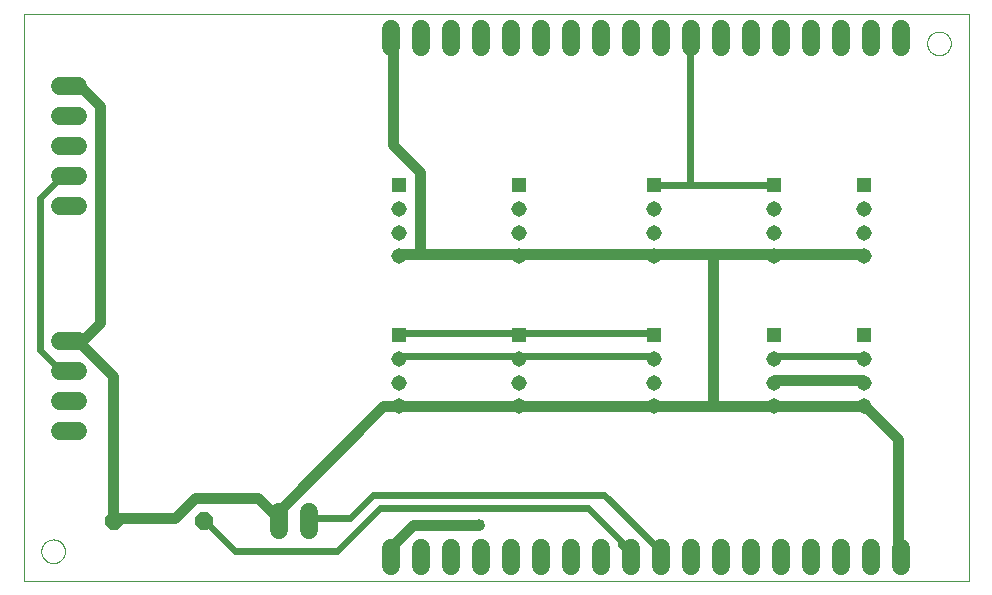
<source format=gbl>
G75*
%MOIN*%
%OFA0B0*%
%FSLAX25Y25*%
%IPPOS*%
%LPD*%
%AMOC8*
5,1,8,0,0,1.08239X$1,22.5*
%
%ADD10C,0.00000*%
%ADD11C,0.06000*%
%ADD12R,0.05150X0.05150*%
%ADD13C,0.05150*%
%ADD14OC8,0.06000*%
%ADD15C,0.02400*%
%ADD16C,0.03600*%
%ADD17C,0.04000*%
D10*
X0001000Y0001226D02*
X0001000Y0190202D01*
X0315961Y0190202D01*
X0315961Y0001226D01*
X0001000Y0001226D01*
X0006906Y0011069D02*
X0006908Y0011194D01*
X0006914Y0011319D01*
X0006924Y0011443D01*
X0006938Y0011567D01*
X0006955Y0011691D01*
X0006977Y0011814D01*
X0007003Y0011936D01*
X0007032Y0012058D01*
X0007065Y0012178D01*
X0007103Y0012297D01*
X0007143Y0012416D01*
X0007188Y0012532D01*
X0007236Y0012647D01*
X0007288Y0012761D01*
X0007344Y0012873D01*
X0007403Y0012983D01*
X0007465Y0013091D01*
X0007531Y0013198D01*
X0007600Y0013302D01*
X0007673Y0013403D01*
X0007748Y0013503D01*
X0007827Y0013600D01*
X0007909Y0013694D01*
X0007994Y0013786D01*
X0008081Y0013875D01*
X0008172Y0013961D01*
X0008265Y0014044D01*
X0008361Y0014125D01*
X0008459Y0014202D01*
X0008559Y0014276D01*
X0008662Y0014347D01*
X0008767Y0014414D01*
X0008875Y0014479D01*
X0008984Y0014539D01*
X0009095Y0014597D01*
X0009208Y0014650D01*
X0009322Y0014700D01*
X0009438Y0014747D01*
X0009555Y0014789D01*
X0009674Y0014828D01*
X0009794Y0014864D01*
X0009915Y0014895D01*
X0010037Y0014923D01*
X0010159Y0014946D01*
X0010283Y0014966D01*
X0010407Y0014982D01*
X0010531Y0014994D01*
X0010656Y0015002D01*
X0010781Y0015006D01*
X0010905Y0015006D01*
X0011030Y0015002D01*
X0011155Y0014994D01*
X0011279Y0014982D01*
X0011403Y0014966D01*
X0011527Y0014946D01*
X0011649Y0014923D01*
X0011771Y0014895D01*
X0011892Y0014864D01*
X0012012Y0014828D01*
X0012131Y0014789D01*
X0012248Y0014747D01*
X0012364Y0014700D01*
X0012478Y0014650D01*
X0012591Y0014597D01*
X0012702Y0014539D01*
X0012812Y0014479D01*
X0012919Y0014414D01*
X0013024Y0014347D01*
X0013127Y0014276D01*
X0013227Y0014202D01*
X0013325Y0014125D01*
X0013421Y0014044D01*
X0013514Y0013961D01*
X0013605Y0013875D01*
X0013692Y0013786D01*
X0013777Y0013694D01*
X0013859Y0013600D01*
X0013938Y0013503D01*
X0014013Y0013403D01*
X0014086Y0013302D01*
X0014155Y0013198D01*
X0014221Y0013091D01*
X0014283Y0012983D01*
X0014342Y0012873D01*
X0014398Y0012761D01*
X0014450Y0012647D01*
X0014498Y0012532D01*
X0014543Y0012416D01*
X0014583Y0012297D01*
X0014621Y0012178D01*
X0014654Y0012058D01*
X0014683Y0011936D01*
X0014709Y0011814D01*
X0014731Y0011691D01*
X0014748Y0011567D01*
X0014762Y0011443D01*
X0014772Y0011319D01*
X0014778Y0011194D01*
X0014780Y0011069D01*
X0014778Y0010944D01*
X0014772Y0010819D01*
X0014762Y0010695D01*
X0014748Y0010571D01*
X0014731Y0010447D01*
X0014709Y0010324D01*
X0014683Y0010202D01*
X0014654Y0010080D01*
X0014621Y0009960D01*
X0014583Y0009841D01*
X0014543Y0009722D01*
X0014498Y0009606D01*
X0014450Y0009491D01*
X0014398Y0009377D01*
X0014342Y0009265D01*
X0014283Y0009155D01*
X0014221Y0009047D01*
X0014155Y0008940D01*
X0014086Y0008836D01*
X0014013Y0008735D01*
X0013938Y0008635D01*
X0013859Y0008538D01*
X0013777Y0008444D01*
X0013692Y0008352D01*
X0013605Y0008263D01*
X0013514Y0008177D01*
X0013421Y0008094D01*
X0013325Y0008013D01*
X0013227Y0007936D01*
X0013127Y0007862D01*
X0013024Y0007791D01*
X0012919Y0007724D01*
X0012811Y0007659D01*
X0012702Y0007599D01*
X0012591Y0007541D01*
X0012478Y0007488D01*
X0012364Y0007438D01*
X0012248Y0007391D01*
X0012131Y0007349D01*
X0012012Y0007310D01*
X0011892Y0007274D01*
X0011771Y0007243D01*
X0011649Y0007215D01*
X0011527Y0007192D01*
X0011403Y0007172D01*
X0011279Y0007156D01*
X0011155Y0007144D01*
X0011030Y0007136D01*
X0010905Y0007132D01*
X0010781Y0007132D01*
X0010656Y0007136D01*
X0010531Y0007144D01*
X0010407Y0007156D01*
X0010283Y0007172D01*
X0010159Y0007192D01*
X0010037Y0007215D01*
X0009915Y0007243D01*
X0009794Y0007274D01*
X0009674Y0007310D01*
X0009555Y0007349D01*
X0009438Y0007391D01*
X0009322Y0007438D01*
X0009208Y0007488D01*
X0009095Y0007541D01*
X0008984Y0007599D01*
X0008874Y0007659D01*
X0008767Y0007724D01*
X0008662Y0007791D01*
X0008559Y0007862D01*
X0008459Y0007936D01*
X0008361Y0008013D01*
X0008265Y0008094D01*
X0008172Y0008177D01*
X0008081Y0008263D01*
X0007994Y0008352D01*
X0007909Y0008444D01*
X0007827Y0008538D01*
X0007748Y0008635D01*
X0007673Y0008735D01*
X0007600Y0008836D01*
X0007531Y0008940D01*
X0007465Y0009047D01*
X0007403Y0009155D01*
X0007344Y0009265D01*
X0007288Y0009377D01*
X0007236Y0009491D01*
X0007188Y0009606D01*
X0007143Y0009722D01*
X0007103Y0009841D01*
X0007065Y0009960D01*
X0007032Y0010080D01*
X0007003Y0010202D01*
X0006977Y0010324D01*
X0006955Y0010447D01*
X0006938Y0010571D01*
X0006924Y0010695D01*
X0006914Y0010819D01*
X0006908Y0010944D01*
X0006906Y0011069D01*
X0302181Y0180360D02*
X0302183Y0180485D01*
X0302189Y0180610D01*
X0302199Y0180734D01*
X0302213Y0180858D01*
X0302230Y0180982D01*
X0302252Y0181105D01*
X0302278Y0181227D01*
X0302307Y0181349D01*
X0302340Y0181469D01*
X0302378Y0181588D01*
X0302418Y0181707D01*
X0302463Y0181823D01*
X0302511Y0181938D01*
X0302563Y0182052D01*
X0302619Y0182164D01*
X0302678Y0182274D01*
X0302740Y0182382D01*
X0302806Y0182489D01*
X0302875Y0182593D01*
X0302948Y0182694D01*
X0303023Y0182794D01*
X0303102Y0182891D01*
X0303184Y0182985D01*
X0303269Y0183077D01*
X0303356Y0183166D01*
X0303447Y0183252D01*
X0303540Y0183335D01*
X0303636Y0183416D01*
X0303734Y0183493D01*
X0303834Y0183567D01*
X0303937Y0183638D01*
X0304042Y0183705D01*
X0304150Y0183770D01*
X0304259Y0183830D01*
X0304370Y0183888D01*
X0304483Y0183941D01*
X0304597Y0183991D01*
X0304713Y0184038D01*
X0304830Y0184080D01*
X0304949Y0184119D01*
X0305069Y0184155D01*
X0305190Y0184186D01*
X0305312Y0184214D01*
X0305434Y0184237D01*
X0305558Y0184257D01*
X0305682Y0184273D01*
X0305806Y0184285D01*
X0305931Y0184293D01*
X0306056Y0184297D01*
X0306180Y0184297D01*
X0306305Y0184293D01*
X0306430Y0184285D01*
X0306554Y0184273D01*
X0306678Y0184257D01*
X0306802Y0184237D01*
X0306924Y0184214D01*
X0307046Y0184186D01*
X0307167Y0184155D01*
X0307287Y0184119D01*
X0307406Y0184080D01*
X0307523Y0184038D01*
X0307639Y0183991D01*
X0307753Y0183941D01*
X0307866Y0183888D01*
X0307977Y0183830D01*
X0308087Y0183770D01*
X0308194Y0183705D01*
X0308299Y0183638D01*
X0308402Y0183567D01*
X0308502Y0183493D01*
X0308600Y0183416D01*
X0308696Y0183335D01*
X0308789Y0183252D01*
X0308880Y0183166D01*
X0308967Y0183077D01*
X0309052Y0182985D01*
X0309134Y0182891D01*
X0309213Y0182794D01*
X0309288Y0182694D01*
X0309361Y0182593D01*
X0309430Y0182489D01*
X0309496Y0182382D01*
X0309558Y0182274D01*
X0309617Y0182164D01*
X0309673Y0182052D01*
X0309725Y0181938D01*
X0309773Y0181823D01*
X0309818Y0181707D01*
X0309858Y0181588D01*
X0309896Y0181469D01*
X0309929Y0181349D01*
X0309958Y0181227D01*
X0309984Y0181105D01*
X0310006Y0180982D01*
X0310023Y0180858D01*
X0310037Y0180734D01*
X0310047Y0180610D01*
X0310053Y0180485D01*
X0310055Y0180360D01*
X0310053Y0180235D01*
X0310047Y0180110D01*
X0310037Y0179986D01*
X0310023Y0179862D01*
X0310006Y0179738D01*
X0309984Y0179615D01*
X0309958Y0179493D01*
X0309929Y0179371D01*
X0309896Y0179251D01*
X0309858Y0179132D01*
X0309818Y0179013D01*
X0309773Y0178897D01*
X0309725Y0178782D01*
X0309673Y0178668D01*
X0309617Y0178556D01*
X0309558Y0178446D01*
X0309496Y0178338D01*
X0309430Y0178231D01*
X0309361Y0178127D01*
X0309288Y0178026D01*
X0309213Y0177926D01*
X0309134Y0177829D01*
X0309052Y0177735D01*
X0308967Y0177643D01*
X0308880Y0177554D01*
X0308789Y0177468D01*
X0308696Y0177385D01*
X0308600Y0177304D01*
X0308502Y0177227D01*
X0308402Y0177153D01*
X0308299Y0177082D01*
X0308194Y0177015D01*
X0308086Y0176950D01*
X0307977Y0176890D01*
X0307866Y0176832D01*
X0307753Y0176779D01*
X0307639Y0176729D01*
X0307523Y0176682D01*
X0307406Y0176640D01*
X0307287Y0176601D01*
X0307167Y0176565D01*
X0307046Y0176534D01*
X0306924Y0176506D01*
X0306802Y0176483D01*
X0306678Y0176463D01*
X0306554Y0176447D01*
X0306430Y0176435D01*
X0306305Y0176427D01*
X0306180Y0176423D01*
X0306056Y0176423D01*
X0305931Y0176427D01*
X0305806Y0176435D01*
X0305682Y0176447D01*
X0305558Y0176463D01*
X0305434Y0176483D01*
X0305312Y0176506D01*
X0305190Y0176534D01*
X0305069Y0176565D01*
X0304949Y0176601D01*
X0304830Y0176640D01*
X0304713Y0176682D01*
X0304597Y0176729D01*
X0304483Y0176779D01*
X0304370Y0176832D01*
X0304259Y0176890D01*
X0304149Y0176950D01*
X0304042Y0177015D01*
X0303937Y0177082D01*
X0303834Y0177153D01*
X0303734Y0177227D01*
X0303636Y0177304D01*
X0303540Y0177385D01*
X0303447Y0177468D01*
X0303356Y0177554D01*
X0303269Y0177643D01*
X0303184Y0177735D01*
X0303102Y0177829D01*
X0303023Y0177926D01*
X0302948Y0178026D01*
X0302875Y0178127D01*
X0302806Y0178231D01*
X0302740Y0178338D01*
X0302678Y0178446D01*
X0302619Y0178556D01*
X0302563Y0178668D01*
X0302511Y0178782D01*
X0302463Y0178897D01*
X0302418Y0179013D01*
X0302378Y0179132D01*
X0302340Y0179251D01*
X0302307Y0179371D01*
X0302278Y0179493D01*
X0302252Y0179615D01*
X0302230Y0179738D01*
X0302213Y0179862D01*
X0302199Y0179986D01*
X0302189Y0180110D01*
X0302183Y0180235D01*
X0302181Y0180360D01*
D11*
X0293461Y0179328D02*
X0293461Y0185328D01*
X0283461Y0185328D02*
X0283461Y0179328D01*
X0273461Y0179328D02*
X0273461Y0185328D01*
X0263461Y0185328D02*
X0263461Y0179328D01*
X0253461Y0179328D02*
X0253461Y0185328D01*
X0243461Y0185328D02*
X0243461Y0179328D01*
X0233461Y0179328D02*
X0233461Y0185328D01*
X0223461Y0185328D02*
X0223461Y0179328D01*
X0213461Y0179328D02*
X0213461Y0185328D01*
X0203461Y0185328D02*
X0203461Y0179328D01*
X0193461Y0179328D02*
X0193461Y0185328D01*
X0183461Y0185328D02*
X0183461Y0179328D01*
X0173461Y0179328D02*
X0173461Y0185328D01*
X0163461Y0185328D02*
X0163461Y0179328D01*
X0153461Y0179328D02*
X0153461Y0185328D01*
X0143461Y0185328D02*
X0143461Y0179328D01*
X0133461Y0179328D02*
X0133461Y0185328D01*
X0123461Y0185328D02*
X0123461Y0179328D01*
X0019000Y0166226D02*
X0013000Y0166226D01*
X0013000Y0156226D02*
X0019000Y0156226D01*
X0019000Y0146226D02*
X0013000Y0146226D01*
X0013000Y0136226D02*
X0019000Y0136226D01*
X0019000Y0126226D02*
X0013000Y0126226D01*
X0013000Y0081226D02*
X0019000Y0081226D01*
X0019000Y0071226D02*
X0013000Y0071226D01*
X0013000Y0061226D02*
X0019000Y0061226D01*
X0019000Y0051226D02*
X0013000Y0051226D01*
X0086000Y0024226D02*
X0086000Y0018226D01*
X0096000Y0018226D02*
X0096000Y0024226D01*
X0123461Y0012100D02*
X0123461Y0006100D01*
X0133461Y0006100D02*
X0133461Y0012100D01*
X0143461Y0012100D02*
X0143461Y0006100D01*
X0153461Y0006100D02*
X0153461Y0012100D01*
X0163461Y0012100D02*
X0163461Y0006100D01*
X0173461Y0006100D02*
X0173461Y0012100D01*
X0183461Y0012100D02*
X0183461Y0006100D01*
X0193461Y0006100D02*
X0193461Y0012100D01*
X0203461Y0012100D02*
X0203461Y0006100D01*
X0213461Y0006100D02*
X0213461Y0012100D01*
X0223461Y0012100D02*
X0223461Y0006100D01*
X0233461Y0006100D02*
X0233461Y0012100D01*
X0243461Y0012100D02*
X0243461Y0006100D01*
X0253461Y0006100D02*
X0253461Y0012100D01*
X0263461Y0012100D02*
X0263461Y0006100D01*
X0273461Y0006100D02*
X0273461Y0012100D01*
X0283461Y0012100D02*
X0283461Y0006100D01*
X0293461Y0006100D02*
X0293461Y0012100D01*
D12*
X0281000Y0083037D03*
X0251000Y0083037D03*
X0211000Y0083037D03*
X0166000Y0083037D03*
X0126000Y0083037D03*
X0126000Y0133037D03*
X0166000Y0133037D03*
X0211000Y0133037D03*
X0251000Y0133037D03*
X0281000Y0133037D03*
D13*
X0281000Y0125163D03*
X0281000Y0117289D03*
X0281000Y0109415D03*
X0251000Y0109415D03*
X0251000Y0117289D03*
X0251000Y0125163D03*
X0211000Y0125163D03*
X0211000Y0117289D03*
X0211000Y0109415D03*
X0166000Y0109415D03*
X0166000Y0117289D03*
X0166000Y0125163D03*
X0126000Y0125163D03*
X0126000Y0117289D03*
X0126000Y0109415D03*
X0126000Y0075163D03*
X0126000Y0067289D03*
X0126000Y0059415D03*
X0166000Y0059415D03*
X0166000Y0067289D03*
X0166000Y0075163D03*
X0211000Y0075163D03*
X0211000Y0067289D03*
X0211000Y0059415D03*
X0251000Y0059415D03*
X0251000Y0067289D03*
X0251000Y0075163D03*
X0281000Y0075163D03*
X0281000Y0067289D03*
X0281000Y0059415D03*
D14*
X0061000Y0021226D03*
X0031000Y0021226D03*
D15*
X0061000Y0021226D02*
X0061500Y0021026D01*
X0071400Y0011126D01*
X0105500Y0011126D01*
X0119800Y0025426D01*
X0189100Y0025426D01*
X0200100Y0014426D01*
X0200100Y0013326D01*
X0203400Y0010026D01*
X0203461Y0009100D01*
X0213461Y0009100D02*
X0214400Y0010026D01*
X0194600Y0029826D01*
X0117600Y0029826D01*
X0109900Y0022126D01*
X0096700Y0022126D01*
X0096000Y0021226D01*
X0016000Y0071226D02*
X0015300Y0071626D01*
X0013100Y0071626D01*
X0006500Y0078226D01*
X0006500Y0128826D01*
X0013100Y0135426D01*
X0015300Y0135426D01*
X0016000Y0136226D01*
X0126000Y0083037D02*
X0126400Y0083726D01*
X0166000Y0083726D01*
X0166000Y0083037D01*
X0167100Y0083726D01*
X0210000Y0083726D01*
X0211000Y0083037D01*
X0210000Y0076026D02*
X0211000Y0075163D01*
X0210000Y0076026D02*
X0167100Y0076026D01*
X0166000Y0075163D01*
X0166000Y0076026D01*
X0126400Y0076026D01*
X0126000Y0075163D01*
X0211000Y0133037D02*
X0211100Y0133226D01*
X0223200Y0133226D01*
X0223200Y0181626D01*
X0223461Y0182328D01*
X0223200Y0133226D02*
X0250700Y0133226D01*
X0251000Y0133037D01*
X0251800Y0076026D02*
X0251000Y0075163D01*
X0251800Y0076026D02*
X0280400Y0076026D01*
X0281000Y0075163D01*
D16*
X0280400Y0068326D02*
X0281000Y0067289D01*
X0280400Y0068326D02*
X0251800Y0068326D01*
X0251000Y0067289D01*
X0250700Y0059526D02*
X0251000Y0059415D01*
X0252900Y0059526D01*
X0280400Y0059526D01*
X0281000Y0059415D01*
X0282600Y0058426D01*
X0292500Y0048526D01*
X0292500Y0010026D01*
X0293461Y0009100D01*
X0250700Y0059526D02*
X0230900Y0059526D01*
X0230900Y0110126D01*
X0211100Y0110126D01*
X0211000Y0109415D01*
X0210000Y0110126D01*
X0167100Y0110126D01*
X0166000Y0109415D01*
X0166000Y0110126D01*
X0133000Y0110126D01*
X0133000Y0137626D01*
X0124200Y0146426D01*
X0124200Y0181626D01*
X0123461Y0182328D01*
X0026300Y0159626D02*
X0026300Y0087026D01*
X0020800Y0081526D01*
X0016000Y0081226D01*
X0016400Y0080426D01*
X0019700Y0080426D01*
X0030700Y0069426D01*
X0030700Y0023226D01*
X0031000Y0021226D01*
X0031800Y0022126D01*
X0051600Y0022126D01*
X0058200Y0028726D01*
X0079100Y0028726D01*
X0085700Y0022126D01*
X0086000Y0021226D01*
X0085700Y0024326D01*
X0120900Y0059526D01*
X0124200Y0059526D01*
X0126000Y0059415D01*
X0126400Y0059526D01*
X0166000Y0059526D01*
X0166000Y0059415D01*
X0167100Y0059526D01*
X0210000Y0059526D01*
X0211000Y0059415D01*
X0211100Y0059526D01*
X0230900Y0059526D01*
X0152800Y0019926D02*
X0130800Y0019926D01*
X0124200Y0013326D01*
X0124200Y0010026D01*
X0123461Y0009100D01*
X0126000Y0109415D02*
X0126400Y0110126D01*
X0133000Y0110126D01*
X0230900Y0110126D02*
X0250700Y0110126D01*
X0251000Y0109415D01*
X0251800Y0110126D01*
X0280400Y0110126D01*
X0281000Y0109415D01*
X0026300Y0159626D02*
X0019700Y0166226D01*
X0016000Y0166226D01*
D17*
X0152800Y0019926D03*
M02*

</source>
